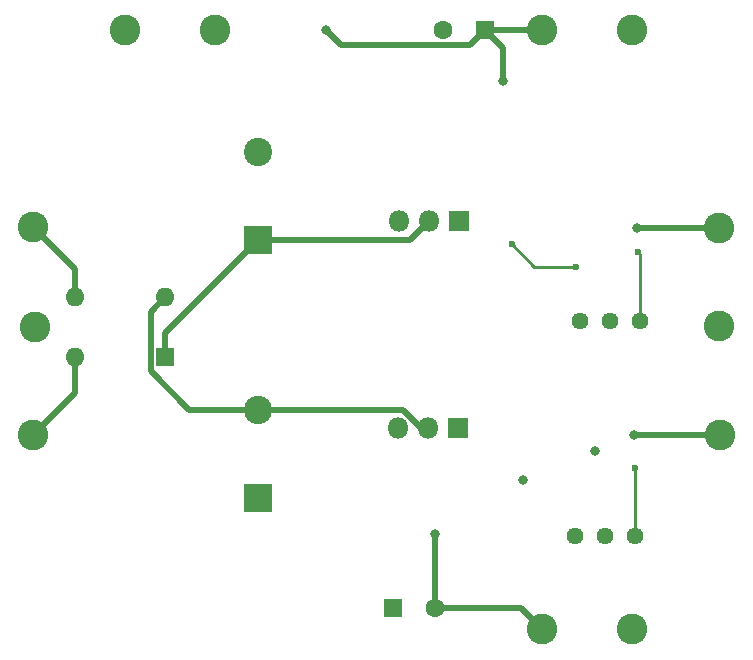
<source format=gbr>
G04 #@! TF.GenerationSoftware,KiCad,Pcbnew,(5.1.8-0-10_14)*
G04 #@! TF.CreationDate,2020-11-13T17:05:45+01:00*
G04 #@! TF.ProjectId,lv-lownoise-psu,6c762d6c-6f77-46e6-9f69-73652d707375,rev?*
G04 #@! TF.SameCoordinates,Original*
G04 #@! TF.FileFunction,Copper,L2,Bot*
G04 #@! TF.FilePolarity,Positive*
%FSLAX46Y46*%
G04 Gerber Fmt 4.6, Leading zero omitted, Abs format (unit mm)*
G04 Created by KiCad (PCBNEW (5.1.8-0-10_14)) date 2020-11-13 17:05:45*
%MOMM*%
%LPD*%
G01*
G04 APERTURE LIST*
G04 #@! TA.AperFunction,ComponentPad*
%ADD10C,1.600000*%
G04 #@! TD*
G04 #@! TA.AperFunction,ComponentPad*
%ADD11R,1.600000X1.600000*%
G04 #@! TD*
G04 #@! TA.AperFunction,ComponentPad*
%ADD12O,1.600000X1.600000*%
G04 #@! TD*
G04 #@! TA.AperFunction,ComponentPad*
%ADD13C,2.400000*%
G04 #@! TD*
G04 #@! TA.AperFunction,ComponentPad*
%ADD14R,2.400000X2.400000*%
G04 #@! TD*
G04 #@! TA.AperFunction,ComponentPad*
%ADD15C,2.600000*%
G04 #@! TD*
G04 #@! TA.AperFunction,ComponentPad*
%ADD16C,1.440000*%
G04 #@! TD*
G04 #@! TA.AperFunction,ComponentPad*
%ADD17O,1.800000X1.800000*%
G04 #@! TD*
G04 #@! TA.AperFunction,ComponentPad*
%ADD18R,1.800000X1.800000*%
G04 #@! TD*
G04 #@! TA.AperFunction,ViaPad*
%ADD19C,0.800000*%
G04 #@! TD*
G04 #@! TA.AperFunction,ViaPad*
%ADD20C,0.600000*%
G04 #@! TD*
G04 #@! TA.AperFunction,Conductor*
%ADD21C,0.500000*%
G04 #@! TD*
G04 #@! TA.AperFunction,Conductor*
%ADD22C,0.250000*%
G04 #@! TD*
G04 APERTURE END LIST*
D10*
X120960000Y-33020000D03*
D11*
X124460000Y-33020000D03*
X97409000Y-60706000D03*
D12*
X89789000Y-55626000D03*
X97409000Y-55626000D03*
X89789000Y-60706000D03*
D10*
X120213000Y-81915000D03*
D11*
X116713000Y-81915000D03*
D13*
X105283000Y-65151000D03*
D14*
X105283000Y-72651000D03*
D13*
X105283000Y-43300000D03*
D14*
X105283000Y-50800000D03*
D15*
X129286000Y-83693000D03*
X136906000Y-83693000D03*
X136906000Y-33020000D03*
X129286000Y-33020000D03*
X93980000Y-33020000D03*
X101600000Y-33020000D03*
D16*
X132118100Y-75793600D03*
X134658100Y-75793600D03*
X137198100Y-75793600D03*
D17*
X117094000Y-66675000D03*
X119634000Y-66675000D03*
D18*
X122174000Y-66675000D03*
D17*
X117221000Y-49149000D03*
X119761000Y-49149000D03*
D18*
X122301000Y-49149000D03*
D16*
X132486400Y-57619900D03*
X135026400Y-57619900D03*
X137566400Y-57619900D03*
D15*
X144373600Y-67310000D03*
X144322800Y-58064400D03*
X144322800Y-49784000D03*
X86233000Y-49657000D03*
X86360000Y-58166000D03*
X86233000Y-67310000D03*
D19*
X133756400Y-68630800D03*
X127711200Y-71069200D03*
D20*
X137464800Y-51816000D03*
X137210800Y-70053200D03*
X132207000Y-53022500D03*
X126746000Y-51117500D03*
D19*
X137312400Y-49784000D03*
X137109200Y-67310000D03*
X110998000Y-33020000D03*
X125984000Y-37338000D03*
X120269000Y-75692000D03*
D21*
X119219002Y-49149000D02*
X119761000Y-49149000D01*
X118110000Y-50800000D02*
X119761000Y-49149000D01*
X105283000Y-50800000D02*
X118110000Y-50800000D01*
X97409000Y-58674000D02*
X105283000Y-50800000D01*
X97409000Y-60706000D02*
X97409000Y-58674000D01*
D22*
X137566400Y-51917600D02*
X137464800Y-51816000D01*
X137566400Y-57619900D02*
X137566400Y-51917600D01*
X137198100Y-70065900D02*
X137210800Y-70053200D01*
X137198100Y-75793600D02*
X137198100Y-70065900D01*
X128651000Y-53022500D02*
X126746000Y-51117500D01*
X132207000Y-53022500D02*
X128651000Y-53022500D01*
D21*
X137312400Y-49784000D02*
X144322800Y-49784000D01*
X137109200Y-67310000D02*
X144373600Y-67310000D01*
X129253000Y-32987000D02*
X129286000Y-33020000D01*
X123209999Y-34270001D02*
X124460000Y-33020000D01*
X112248001Y-34270001D02*
X123209999Y-34270001D01*
X110998000Y-33020000D02*
X112248001Y-34270001D01*
X125984000Y-34544000D02*
X124460000Y-33020000D01*
X125984000Y-37338000D02*
X125984000Y-34544000D01*
X124460000Y-33020000D02*
X129286000Y-33020000D01*
X120213000Y-75748000D02*
X120269000Y-75692000D01*
X120213000Y-81915000D02*
X120213000Y-75748000D01*
X127508000Y-81915000D02*
X129286000Y-83693000D01*
X120213000Y-81915000D02*
X127508000Y-81915000D01*
X86233000Y-50165000D02*
X86233000Y-49657000D01*
X89789000Y-53213000D02*
X86233000Y-49657000D01*
X89789000Y-55626000D02*
X89789000Y-53213000D01*
X86360000Y-67310000D02*
X86233000Y-67310000D01*
X89789000Y-63754000D02*
X86233000Y-67310000D01*
X89789000Y-60706000D02*
X89789000Y-63754000D01*
X119092002Y-66675000D02*
X119634000Y-66675000D01*
X117568002Y-65151000D02*
X119092002Y-66675000D01*
X105283000Y-65151000D02*
X117568002Y-65151000D01*
X96158999Y-61866001D02*
X99443998Y-65151000D01*
X96158999Y-56876001D02*
X96158999Y-61866001D01*
X99443998Y-65151000D02*
X105283000Y-65151000D01*
X97409000Y-55626000D02*
X96158999Y-56876001D01*
M02*

</source>
